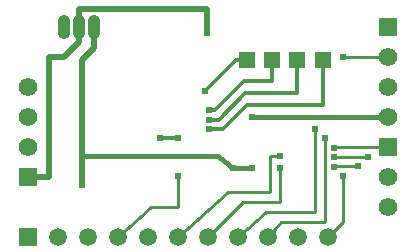
<source format=gtl>
G04 Layer: TopLayer*
G04 EasyEDA v6.1.33, Mon, 29 Apr 2019 08:20:16 GMT*
G04 411861b6da474a0787508d96397a8606,b00fa10de7d64fab8ce431aff4cbea96,10*
G04 Gerber Generator version 0.2*
G04 Scale: 100 percent, Rotated: No, Reflected: No *
G04 Dimensions in inches *
G04 leading zeros omitted , absolute positions ,2 integer and 4 decimal *
%FSLAX24Y24*%
%MOIN*%
G90*
G70D02*

%ADD10C,0.010000*%
%ADD11C,0.020000*%
%ADD12C,0.016000*%
%ADD13C,0.012000*%
%ADD14C,0.024400*%
%ADD15C,0.024000*%
%ADD16R,0.055118X0.055118*%
%ADD17C,0.062000*%
%ADD19C,0.059000*%
%ADD20R,0.059000X0.059000*%
%ADD21C,0.039370*%

%LPD*%
G54D11*
G01X2300Y7600D02*
G01X2300Y8200D01*
G01X6560Y8200D01*
G01X6556Y7400D01*
G01X6556Y7400D01*
G01X2800Y7600D02*
G01X2800Y6900D01*
G01X2400Y6500D01*
G01X2400Y5080D01*
G54D10*
G01X6600Y600D02*
G01X7780Y1780D01*
G01X9000Y1780D01*
G01X9000Y2900D01*
G01X11100Y2640D02*
G01X11100Y1100D01*
G01X10600Y600D01*
G54D12*
G01X12600Y4600D02*
G01X8060Y4600D01*
G54D10*
G01X12600Y6600D02*
G01X11100Y6600D01*
G01X11939Y3259D02*
G01X10780Y3259D01*
G01X10800Y2959D02*
G01X11600Y2959D01*
G01X10500Y3900D02*
G01X10500Y1119D01*
G01X9046Y1119D01*
G01X8600Y600D01*
G01X10180Y4219D02*
G01X10180Y1439D01*
G01X8547Y1439D01*
G01X7600Y600D01*
G01X5600Y600D02*
G01X7257Y2119D01*
G01X8680Y2119D01*
G01X8680Y3300D01*
G01X9000Y3300D01*
G01X10800Y3580D02*
G01X10800Y3600D01*
G01X12600Y3600D01*
G01X5600Y2640D02*
G01X5600Y1600D01*
G01X4700Y1600D01*
G01X3600Y600D01*
G54D12*
G01X8060Y2900D02*
G01X7419Y2900D01*
G54D11*
G01X2300Y7600D02*
G01X2300Y7100D01*
G01X1800Y6600D01*
G01X1300Y6600D02*
G01X1300Y3580D01*
G01X1800Y6600D02*
G01X1300Y6600D01*
G01X2400Y5080D02*
G01X2400Y2340D01*
G54D13*
G01X5000Y3900D02*
G01X5600Y3900D01*
G01X6639Y4200D02*
G01X7100Y4200D01*
G01X7900Y5000D01*
G01X10419Y5000D01*
G01X10419Y6500D01*
G01X6639Y4519D02*
G01X6980Y4519D01*
G01X7839Y5400D01*
G01X9580Y5400D01*
G01X9580Y6500D01*
G01X6639Y4840D02*
G01X6839Y4840D01*
G01X7800Y5800D01*
G01X8739Y5800D01*
G01X8739Y6500D01*
G01X6500Y5459D02*
G01X7539Y6500D01*
G01X7900Y6500D01*
G54D12*
G01X2380Y3300D02*
G01X6939Y3300D01*
G01X6939Y3300D02*
G01X7419Y2900D01*
G54D11*
G01X600Y2600D02*
G01X1300Y2600D01*
G01X1300Y2600D01*
G01X1300Y3580D01*
G54D16*
G01X9580Y6500D03*
G01X8739Y6500D03*
G01X7900Y6500D03*
G01X10419Y6500D03*
G54D17*
G01X12600Y1600D03*
G01X12600Y2600D03*
G36*
G01X12910Y3909D02*
G01X12910Y3290D01*
G01X12289Y3290D01*
G01X12289Y3909D01*
G01X12910Y3909D01*
G37*
G36*
G01X12910Y7909D02*
G01X12910Y7290D01*
G01X12289Y7290D01*
G01X12289Y7909D01*
G01X12910Y7909D01*
G37*
G01X12600Y6600D03*
G01X12600Y5600D03*
G01X12600Y4600D03*
G54D19*
G01X10600Y600D03*
G01X9600Y600D03*
G01X8600Y600D03*
G01X7600Y600D03*
G01X6600Y600D03*
G01X5600Y600D03*
G01X4600Y600D03*
G01X3600Y600D03*
G01X2600Y600D03*
G01X1600Y600D03*
G54D20*
G01X600Y600D03*
G36*
G01X290Y2290D02*
G01X290Y2909D01*
G01X909Y2909D01*
G01X909Y2290D01*
G01X290Y2290D01*
G37*
G54D17*
G01X600Y3600D03*
G01X600Y4600D03*
G01X600Y5600D03*
G54D14*
G01X8060Y4600D03*
G01X11100Y6600D03*
G01X10800Y3580D03*
G01X11939Y3259D03*
G01X10800Y3259D03*
G01X10800Y2940D03*
G01X11600Y2959D03*
G01X11100Y2640D03*
G01X10500Y3900D03*
G01X10180Y4219D03*
G01X9000Y3300D03*
G01X9000Y2900D03*
G01X8060Y2900D03*
G01X7419Y2900D03*
G01X1300Y3580D03*
G01X5600Y3900D03*
G01X5000Y3900D03*
G01X6556Y7400D03*
G01X5600Y2640D03*
G01X2400Y5090D03*
G01X6639Y4519D03*
G01X6639Y4200D03*
G01X6639Y4840D03*
G01X6500Y5459D03*
G54D15*
G01X2400Y2340D03*
G54D21*
G01X2800Y7796D02*
G01X2800Y7403D01*
G01X2300Y7796D02*
G01X2300Y7403D01*
G01X1800Y7796D02*
G01X1800Y7403D01*
M00*
M02*

</source>
